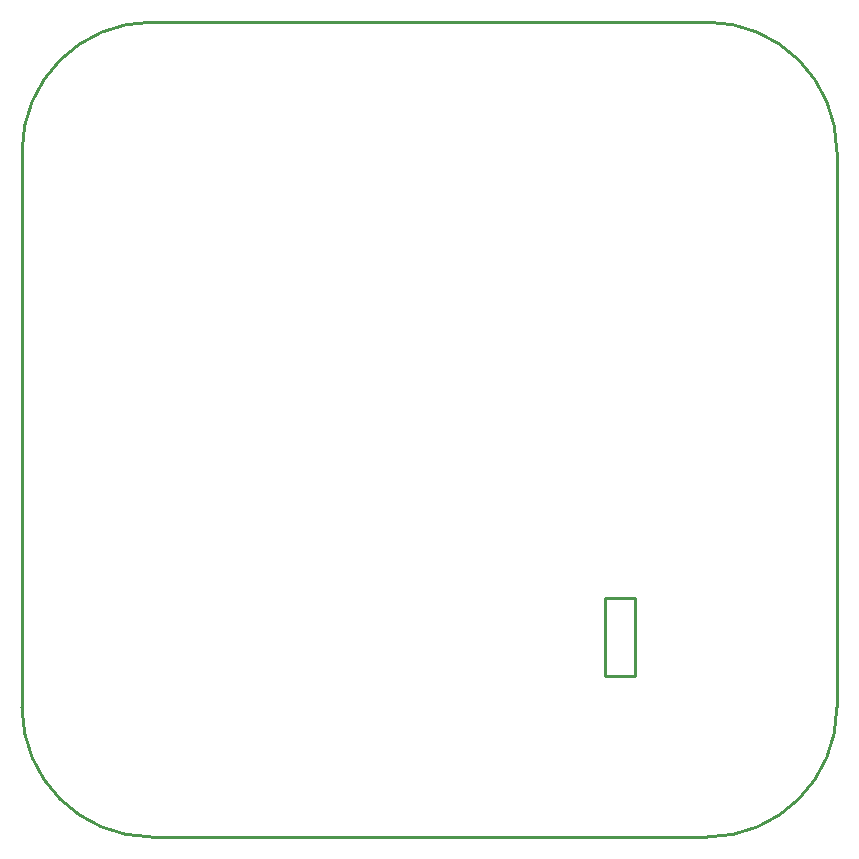
<source format=gko>
G04 Layer: BoardOutlineLayer*
G04 EasyEDA v6.5.3, 2022-04-03 17:45:16*
G04 78107e5fb92a4dff92b191d725c0db84,37927428d3cb42c68971fe41ce46a6a6,10*
G04 Gerber Generator version 0.2*
G04 Scale: 100 percent, Rotated: No, Reflected: No *
G04 Dimensions in millimeters *
G04 leading zeros omitted , absolute positions ,4 integer and 5 decimal *
%FSLAX45Y45*%
%MOMM*%

%ADD10C,0.2540*%
D10*
X-3300293Y1991017D02*
G01*
X1399700Y1991017D01*
X2499700Y891016D02*
G01*
X2499700Y-3808981D01*
X-4400293Y-3808981D02*
G01*
X-4400293Y891016D01*
X1399700Y-4908984D02*
G01*
X-3300293Y-4908984D01*
G75*
G01*
X2499705Y-3808984D02*
G02*
X1399705Y-4908982I-1100000J3D01*
G75*
G01*
X-3300296Y-4908982D02*
G02*
X-4400293Y-3808984I3J1100001D01*
G75*
G01*
X-4400293Y891017D02*
G02*
X-3300296Y1991017I1100000J0D01*
G75*
G01*
X1399705Y1991017D02*
G02*
X2499705Y891017I0J-1100000D01*
X792505Y-2884982D02*
G01*
X792505Y-3545382D01*
X792505Y-3545382D02*
G01*
X538505Y-3545382D01*
X538505Y-3545382D02*
G01*
X538505Y-2884982D01*
X538505Y-2884982D02*
G01*
X792505Y-2884982D01*
X792505Y-2884982D02*
G01*
X792505Y-2884982D01*

%LPD*%
M02*

</source>
